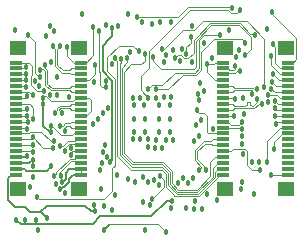
<source format=gbr>
G04 #@! TF.GenerationSoftware,KiCad,Pcbnew,5.1.5+dfsg1-2~bpo10+1*
G04 #@! TF.CreationDate,2020-02-19T21:48:08+01:00*
G04 #@! TF.ProjectId,zglue-gem1-adapter,7a676c75-652d-4676-956d-312d61646170,rev?*
G04 #@! TF.SameCoordinates,Original*
G04 #@! TF.FileFunction,Copper,L6,Bot*
G04 #@! TF.FilePolarity,Positive*
%FSLAX46Y46*%
G04 Gerber Fmt 4.6, Leading zero omitted, Abs format (unit mm)*
G04 Created by KiCad (PCBNEW 5.1.5+dfsg1-2~bpo10+1) date 2020-02-19 21:48:08*
%MOMM*%
%LPD*%
G04 APERTURE LIST*
%ADD10C,0.457000*%
%ADD11R,1.320000X1.300000*%
%ADD12R,1.100000X0.300000*%
%ADD13C,0.100000*%
%ADD14C,0.150000*%
%ADD15C,0.110000*%
G04 APERTURE END LIST*
D10*
X10950000Y-8850000D03*
X14050000Y-8850000D03*
X14050000Y-10000000D03*
X10950000Y-10000000D03*
X10950000Y-11150000D03*
X14050000Y-11150000D03*
X11850000Y-8850000D03*
X13100000Y-8850000D03*
X11900000Y-10000000D03*
X13100000Y-10000000D03*
X11900000Y-11150000D03*
X13100000Y-11150000D03*
D11*
X1197620Y-4050980D03*
X6318260Y-4050980D03*
X1197620Y-15953420D03*
X6318260Y-15958500D03*
D12*
X1007120Y-5252000D03*
X1007120Y-5752000D03*
X1007120Y-6252000D03*
X1007120Y-6752000D03*
X1007120Y-7252000D03*
X1007120Y-7752000D03*
X1007120Y-8252000D03*
X1007120Y-8752000D03*
X1007120Y-9252000D03*
X1007120Y-9752000D03*
X1007120Y-10252000D03*
X1007120Y-10752000D03*
X1007120Y-11252000D03*
X1007120Y-11752000D03*
X1007120Y-12252000D03*
X1007120Y-12752000D03*
X1007120Y-13252000D03*
X1007120Y-13752000D03*
X1007120Y-14252000D03*
X1007120Y-14752000D03*
X6506220Y-5252000D03*
X6506220Y-5752000D03*
X6506220Y-6252000D03*
X6506220Y-6752000D03*
X6506220Y-7252000D03*
X6506220Y-7752000D03*
X6506220Y-8252000D03*
X6506220Y-8752000D03*
X6506220Y-9252000D03*
X6506220Y-9752000D03*
X6506220Y-10252000D03*
X6506220Y-10752000D03*
X6506220Y-11252000D03*
X6506220Y-11752000D03*
X6506220Y-12252000D03*
X6506220Y-12752000D03*
X6506220Y-13252000D03*
X6506220Y-13752000D03*
X6506220Y-14252000D03*
X6506220Y-14752000D03*
D11*
X18697620Y-4050980D03*
X23818260Y-4050980D03*
X18697620Y-15953420D03*
X23818260Y-15958500D03*
D12*
X18507120Y-5252000D03*
X18507120Y-5752000D03*
X18507120Y-6252000D03*
X18507120Y-6752000D03*
X18507120Y-7252000D03*
X18507120Y-7752000D03*
X18507120Y-8252000D03*
X18507120Y-8752000D03*
X18507120Y-9252000D03*
X18507120Y-9752000D03*
X18507120Y-10252000D03*
X18507120Y-10752000D03*
X18507120Y-11252000D03*
X18507120Y-11752000D03*
X18507120Y-12252000D03*
X18507120Y-12752000D03*
X18507120Y-13252000D03*
X18507120Y-13752000D03*
X18507120Y-14252000D03*
X18507120Y-14752000D03*
X24006220Y-5252000D03*
X24006220Y-5752000D03*
X24006220Y-6252000D03*
X24006220Y-6752000D03*
X24006220Y-7252000D03*
X24006220Y-7752000D03*
X24006220Y-8252000D03*
X24006220Y-8752000D03*
X24006220Y-9252000D03*
X24006220Y-9752000D03*
X24006220Y-10252000D03*
X24006220Y-10752000D03*
X24006220Y-11252000D03*
X24006220Y-11752000D03*
X24006220Y-12252000D03*
X24006220Y-12752000D03*
X24006220Y-13252000D03*
X24006220Y-13752000D03*
X24006220Y-14252000D03*
X24006220Y-14752000D03*
D10*
X19000000Y-2520000D03*
X13150000Y-1820000D03*
X14150000Y-1820000D03*
X11650000Y-1820000D03*
X1920000Y-10860000D03*
X19440000Y-9750000D03*
X7660000Y-5490000D03*
X17140000Y-5350000D03*
X22610000Y-7470000D03*
X22220000Y-13630000D03*
X22540000Y-14740000D03*
X19525000Y-8295000D03*
X5325000Y-3920000D03*
X7530000Y-2270000D03*
X20020000Y-15980000D03*
X3302842Y-8227962D03*
X1892225Y-8096490D03*
X20230000Y-8250000D03*
X8630000Y-2110000D03*
X9640000Y-2150000D03*
X21630000Y-14380000D03*
X8727692Y-13206674D03*
X16310000Y-9226500D03*
X4480000Y-7982216D03*
X3983498Y-10593498D03*
X8397353Y-17377353D03*
X9523510Y-14760000D03*
X8300000Y-13790000D03*
X16168831Y-16966500D03*
X11900000Y-19468500D03*
X7626500Y-6920000D03*
X5648835Y-13038500D03*
X5604994Y-12470495D03*
X11700000Y-17053510D03*
X10500000Y-15120000D03*
X4246500Y-9500000D03*
X11020000Y-15350000D03*
X4853500Y-9500000D03*
X11745393Y-14925393D03*
X5114607Y-11034607D03*
X5114607Y-12734607D03*
X12685393Y-15205393D03*
X4685393Y-12305393D03*
X13114607Y-15634607D03*
X15124607Y-14985393D03*
X17090000Y-14380000D03*
X15984607Y-14985393D03*
X20120000Y-10873500D03*
X8950000Y-13690000D03*
X9078521Y-5371269D03*
X20140000Y-11450000D03*
X3600000Y-18430000D03*
X9120000Y-2320000D03*
X7644993Y-17811501D03*
X20166480Y-13022063D03*
X12174607Y-15354607D03*
X4685393Y-10605393D03*
X14190000Y-16930000D03*
X4500000Y-6490000D03*
X990000Y-18540000D03*
X2583500Y-6770000D03*
X18040000Y-16906922D03*
X12330000Y-17320000D03*
X14695393Y-15414607D03*
X16460000Y-14380000D03*
X15555393Y-15414607D03*
X20120000Y-10266500D03*
X13170000Y-14860000D03*
X12493112Y-16763112D03*
X13343438Y-12476562D03*
X16710000Y-17660000D03*
X1980000Y-10310000D03*
X12170000Y-12390000D03*
X14150000Y-17570000D03*
X1892445Y-9190000D03*
X11500000Y-11750000D03*
X1856490Y-6184810D03*
X12840000Y-11810000D03*
X12160000Y-11750000D03*
X16060037Y-17673510D03*
X2390000Y-13480000D03*
X20090000Y-15340000D03*
X12756275Y-12476215D03*
X15400000Y-17570000D03*
X1900000Y-9750000D03*
X10868367Y-11750000D03*
X7583257Y-17283083D03*
X13690000Y-11780000D03*
X1814989Y-5628390D03*
X8483978Y-12263510D03*
X21130000Y-16390000D03*
X2720000Y-18541491D03*
X2840000Y-19448500D03*
X8200000Y-15920000D03*
X3390000Y-7650000D03*
X17177472Y-16347472D03*
X8387700Y-12786738D03*
X5150000Y-16280000D03*
X20160000Y-12110000D03*
X1856490Y-6720000D03*
X16045393Y-11874607D03*
X21790000Y-8790000D03*
X4410000Y-15540000D03*
X8110000Y-14340000D03*
X14321498Y-11770000D03*
X4232218Y-11907708D03*
X16474607Y-11445393D03*
X21420000Y-8300000D03*
X2451479Y-9990000D03*
X17653618Y-10900000D03*
X2400000Y-11570000D03*
X4137647Y-12462353D03*
X7505393Y-10444607D03*
X3000000Y-5850000D03*
X16195393Y-10504607D03*
X20930000Y-7920000D03*
X7934607Y-10015393D03*
X3420000Y-5420000D03*
X8764607Y-9125393D03*
X4710000Y-3890000D03*
X8335393Y-9554607D03*
X4080000Y-3890000D03*
X19974607Y-5974607D03*
X16376444Y-7882942D03*
X22354377Y-8565698D03*
X2451479Y-14980000D03*
X20320000Y-9580000D03*
X2451479Y-14040000D03*
X16570000Y-7020000D03*
X19830000Y-4220000D03*
X21590000Y-13680000D03*
X2970000Y-7220000D03*
X2210030Y-15769970D03*
X5458807Y-8151381D03*
X16460000Y-8423500D03*
X19545393Y-5545393D03*
X3963500Y-11160000D03*
X9094875Y-17769671D03*
X9410000Y-16481500D03*
X3273029Y-8779529D03*
X14125000Y-8205000D03*
X10875000Y-8220000D03*
X3500000Y-3020000D03*
X15850000Y-5210000D03*
X3850000Y-2120000D03*
X3900000Y-7970000D03*
X3950000Y-14050000D03*
X16942947Y-7626529D03*
X17610000Y-4840000D03*
X8630000Y-7340000D03*
X16901453Y-3592653D03*
X8020000Y-2586500D03*
X13475000Y-8200000D03*
X2000000Y-2920000D03*
X3040000Y-6460000D03*
X15930000Y-2160000D03*
X11870000Y-4510000D03*
X13480000Y-5220000D03*
X4795075Y-14828425D03*
X13680000Y-4610000D03*
X4238075Y-14828425D03*
X15020000Y-4090000D03*
X1856490Y-7319481D03*
X12175000Y-7525000D03*
X19650000Y-4820000D03*
X18225000Y-2922479D03*
X12850000Y-8225000D03*
X10460000Y-1100000D03*
X12825000Y-7525000D03*
X20400000Y-3570000D03*
X10412988Y-4893263D03*
X9870000Y-4910000D03*
X14896480Y-5153657D03*
X2390000Y-12800000D03*
X9330000Y-4890000D03*
X11377176Y-4309597D03*
X2780000Y-16660000D03*
X8599687Y-6808853D03*
X20960000Y-13660000D03*
X3926500Y-5180000D03*
X11475000Y-8215000D03*
X4200000Y-2591490D03*
X12175000Y-8210000D03*
X19920000Y-800000D03*
X15400000Y-4520000D03*
X2400000Y-12190000D03*
X15762245Y-3108520D03*
X8410000Y-19468500D03*
X12460000Y-1950000D03*
X13650000Y-19560000D03*
X14460334Y-4827751D03*
X22870000Y-12560000D03*
X21225037Y-2944963D03*
X14310000Y-4210000D03*
X2420820Y-8034694D03*
X10600000Y-4390000D03*
X6580000Y-1170000D03*
X13340000Y-4100000D03*
X22025000Y-7320000D03*
X11220000Y-1360000D03*
X19290000Y-620000D03*
X12596490Y-4820000D03*
X20400000Y-4570000D03*
X4906397Y-15348649D03*
X4707640Y-15980949D03*
X1920000Y-13150000D03*
X880000Y-2500000D03*
X1780000Y-18541490D03*
X16624607Y-10075393D03*
X21380000Y-7470000D03*
X22630000Y-960000D03*
X22710000Y-3690000D03*
X22560000Y-4690000D03*
X22750000Y-6240000D03*
X22700000Y-6910000D03*
X22220000Y-2440000D03*
X22350000Y-7980000D03*
X22920000Y-8500000D03*
X22900000Y-9110000D03*
X22890000Y-9770000D03*
X22963510Y-10490000D03*
D13*
X1832000Y-10752000D02*
X1900000Y-10820000D01*
X1007120Y-10752000D02*
X1832000Y-10752000D01*
X5748000Y-12752000D02*
X5680000Y-12820000D01*
X6506220Y-12752000D02*
X5748000Y-12752000D01*
X19438000Y-9752000D02*
X19440000Y-9750000D01*
X18507120Y-9752000D02*
X19438000Y-9752000D01*
X6506220Y-8252000D02*
X7156220Y-8252000D01*
X6906220Y-9752000D02*
X6506220Y-9752000D01*
X7344220Y-8440000D02*
X7344220Y-9314000D01*
X7156220Y-8252000D02*
X7344220Y-8440000D01*
X7344220Y-9314000D02*
X6906220Y-9752000D01*
X6506220Y-5252000D02*
X6906220Y-5252000D01*
X7660000Y-6248220D02*
X7660000Y-5813147D01*
X7156220Y-6752000D02*
X7660000Y-6248220D01*
X7660000Y-5813147D02*
X7660000Y-5490000D01*
X6506220Y-6752000D02*
X7156220Y-6752000D01*
X17857120Y-5252000D02*
X17759120Y-5350000D01*
X18507120Y-5252000D02*
X17857120Y-5252000D01*
X17759120Y-5350000D02*
X17140000Y-5350000D01*
X22892000Y-7752000D02*
X22610000Y-7470000D01*
X24006220Y-7752000D02*
X22892000Y-7752000D01*
X23356220Y-10752000D02*
X22220000Y-11888220D01*
X24006220Y-10752000D02*
X23356220Y-10752000D01*
X22220000Y-11888220D02*
X22220000Y-13630000D01*
X22552000Y-14752000D02*
X22540000Y-14740000D01*
X24006220Y-14752000D02*
X22552000Y-14752000D01*
X5856220Y-11252000D02*
X5720112Y-11388108D01*
X6506220Y-11252000D02*
X5856220Y-11252000D01*
X18507120Y-8252000D02*
X19482000Y-8252000D01*
X19482000Y-8252000D02*
X19525000Y-8295000D01*
X17140000Y-6034880D02*
X17140000Y-5673147D01*
X17140000Y-5673147D02*
X17140000Y-5350000D01*
X17857120Y-6752000D02*
X17140000Y-6034880D01*
X18507120Y-6752000D02*
X17857120Y-6752000D01*
X5856220Y-5252000D02*
X5325000Y-4720780D01*
X6506220Y-5252000D02*
X5856220Y-5252000D01*
X5325000Y-4720780D02*
X5325000Y-3920000D01*
X6906220Y-5252000D02*
X7540000Y-4618220D01*
X7540000Y-4618220D02*
X7540000Y-2280000D01*
X7540000Y-2280000D02*
X7530000Y-2270000D01*
X1007120Y-8252000D02*
X1736715Y-8252000D01*
X1736715Y-8252000D02*
X1892225Y-8096490D01*
X19157120Y-12752000D02*
X19319120Y-12590000D01*
X18507120Y-12752000D02*
X19157120Y-12752000D01*
X19319120Y-12590000D02*
X20400000Y-12590000D01*
X20526077Y-12716077D02*
X20526077Y-13926077D01*
X20400000Y-12590000D02*
X20526077Y-12716077D01*
X20526077Y-13926077D02*
X20980000Y-14380000D01*
X20980000Y-14380000D02*
X21630000Y-14380000D01*
X5720112Y-11388108D02*
X4808108Y-11388108D01*
X4105919Y-10685919D02*
X4104348Y-10685919D01*
X4808108Y-11388108D02*
X4105919Y-10685919D01*
X17855619Y-11253501D02*
X17233501Y-11253501D01*
X17857120Y-11252000D02*
X17855619Y-11253501D01*
X18507120Y-11252000D02*
X17857120Y-11252000D01*
X17233501Y-11253501D02*
X17120000Y-11140000D01*
X17120000Y-11140000D02*
X17120000Y-9760000D01*
X17120000Y-9760000D02*
X16900000Y-9540000D01*
X16900000Y-9540000D02*
X16540000Y-9540000D01*
X16540000Y-9540000D02*
X16480000Y-9540000D01*
X16310000Y-9370000D02*
X16310000Y-9226500D01*
X16480000Y-9540000D02*
X16310000Y-9370000D01*
X3502882Y-8112882D02*
X3375233Y-8112882D01*
X6106220Y-8252000D02*
X5838220Y-8520000D01*
X5838220Y-8520000D02*
X3910000Y-8520000D01*
X6506220Y-8252000D02*
X6106220Y-8252000D01*
X3910000Y-8520000D02*
X3502882Y-8112882D01*
D14*
X4075919Y-10685919D02*
X3983498Y-10593498D01*
X4105919Y-10685919D02*
X4075919Y-10685919D01*
D13*
X5748000Y-12939335D02*
X5648835Y-13038500D01*
X5748000Y-12752000D02*
X5748000Y-12939335D01*
D15*
X5681219Y-8752000D02*
X5536219Y-8897000D01*
X6506220Y-8752000D02*
X5681219Y-8752000D01*
X5536219Y-8897000D02*
X4684506Y-8897000D01*
X4445000Y-9301500D02*
X4246500Y-9500000D01*
X4445000Y-9136506D02*
X4445000Y-9301500D01*
X4684506Y-8897000D02*
X4445000Y-9136506D01*
X4655000Y-9223494D02*
X4655000Y-9301500D01*
X5536219Y-9107000D02*
X4771494Y-9107000D01*
X4771494Y-9107000D02*
X4655000Y-9223494D01*
X6506220Y-9252000D02*
X5681219Y-9252000D01*
X5681219Y-9252000D02*
X5536219Y-9107000D01*
X4655000Y-9301500D02*
X4853500Y-9500000D01*
X5681219Y-10752000D02*
X5536219Y-10607000D01*
X6506220Y-10752000D02*
X5681219Y-10752000D01*
X5114607Y-10753886D02*
X5114607Y-11034607D01*
X5261493Y-10607000D02*
X5114607Y-10753886D01*
X5536219Y-10607000D02*
X5261493Y-10607000D01*
X5961220Y-12107000D02*
X5461493Y-12107000D01*
X6506220Y-12252000D02*
X6106220Y-12252000D01*
X5461493Y-12107000D02*
X5114607Y-12453886D01*
X6106220Y-12252000D02*
X5961220Y-12107000D01*
X5114607Y-12453886D02*
X5114607Y-12734607D01*
X6106220Y-11752000D02*
X5961220Y-11897000D01*
X5374507Y-11897000D02*
X4966114Y-12305393D01*
X4966114Y-12305393D02*
X4685393Y-12305393D01*
X6506220Y-11752000D02*
X6106220Y-11752000D01*
X5961220Y-11897000D02*
X5374507Y-11897000D01*
D13*
X18507120Y-12252000D02*
X18968000Y-12252000D01*
D15*
X16875000Y-14206500D02*
X17048500Y-14380000D01*
X16875000Y-13966506D02*
X16875000Y-14206500D01*
X17682119Y-12252000D02*
X17537119Y-12107000D01*
X16345000Y-12723494D02*
X16345000Y-13436506D01*
X18507120Y-12252000D02*
X17682119Y-12252000D01*
X16345000Y-13436506D02*
X16875000Y-13966506D01*
X17537119Y-12107000D02*
X16961494Y-12107000D01*
X16961494Y-12107000D02*
X16345000Y-12723494D01*
D13*
X19998500Y-10752000D02*
X20120000Y-10873500D01*
X18507120Y-10752000D02*
X19998500Y-10752000D01*
D14*
X607120Y-14752000D02*
X320000Y-15039120D01*
X1007120Y-14752000D02*
X607120Y-14752000D01*
X320000Y-15039120D02*
X320000Y-16900000D01*
X320000Y-16900000D02*
X930000Y-17510000D01*
X930000Y-17510000D02*
X1750000Y-17510000D01*
X1750000Y-17510000D02*
X2150000Y-17910000D01*
X3080000Y-17910000D02*
X3600000Y-18430000D01*
X2150000Y-17910000D02*
X2740000Y-17910000D01*
X2740000Y-17910000D02*
X3080000Y-17910000D01*
D13*
X8320000Y-5837500D02*
X8320000Y-4850000D01*
X8320000Y-4850000D02*
X8320000Y-3810000D01*
D14*
X9130000Y-2330000D02*
X9120000Y-2320000D01*
X9130000Y-3000000D02*
X9130000Y-2330000D01*
D13*
X8320000Y-3810000D02*
X8730000Y-3400000D01*
D14*
X8800000Y-3330000D02*
X8320000Y-3810000D01*
X9130000Y-3000000D02*
X8800000Y-3330000D01*
X8800000Y-3330000D02*
X8730000Y-3400000D01*
X9143108Y-13496892D02*
X8950000Y-13690000D01*
X9143108Y-6783108D02*
X9143108Y-13496892D01*
X8320000Y-5960000D02*
X9143108Y-6783108D01*
X8320000Y-3810000D02*
X8320000Y-5960000D01*
X7321846Y-17811501D02*
X7644993Y-17811501D01*
X2740000Y-17910000D02*
X3040000Y-17910000D01*
X3040000Y-17910000D02*
X3590000Y-17360000D01*
X3590000Y-17360000D02*
X6870345Y-17360000D01*
X6870345Y-17360000D02*
X7321846Y-17811501D01*
D15*
X5174507Y-10397000D02*
X4966114Y-10605393D01*
X5681219Y-10252000D02*
X5536219Y-10397000D01*
X4966114Y-10605393D02*
X4685393Y-10605393D01*
X6506220Y-10252000D02*
X5681219Y-10252000D01*
X5536219Y-10397000D02*
X5174507Y-10397000D01*
D14*
X1370000Y-18920000D02*
X1110000Y-18660000D01*
X1110000Y-18660000D02*
X990000Y-18540000D01*
X7490009Y-18919991D02*
X1369991Y-18919991D01*
X1369991Y-18919991D02*
X1110000Y-18660000D01*
X12395000Y-18275000D02*
X8135000Y-18275000D01*
X14190000Y-16930000D02*
X13740000Y-16930000D01*
X13740000Y-16930000D02*
X12395000Y-18275000D01*
X8135000Y-18275000D02*
X7490009Y-18919991D01*
D13*
X18507120Y-11752000D02*
X18907120Y-11752000D01*
D15*
X16135000Y-12636506D02*
X16135000Y-13523494D01*
X16874506Y-11897000D02*
X16135000Y-12636506D01*
X18507120Y-11752000D02*
X17682119Y-11752000D01*
X17537119Y-11897000D02*
X16874506Y-11897000D01*
X17682119Y-11752000D02*
X17537119Y-11897000D01*
X16665000Y-14053494D02*
X16665000Y-14206500D01*
X16135000Y-13523494D02*
X16665000Y-14053494D01*
X16665000Y-14206500D02*
X16491500Y-14380000D01*
D13*
X18907120Y-10252000D02*
X19175120Y-10520000D01*
X18507120Y-10252000D02*
X18907120Y-10252000D01*
X19866500Y-10520000D02*
X20120000Y-10266500D01*
X19175120Y-10520000D02*
X19866500Y-10520000D01*
X12721611Y-16534613D02*
X12493112Y-16763112D01*
X13504967Y-15194967D02*
X13504967Y-15751257D01*
X13504967Y-15751257D02*
X12721611Y-16534613D01*
X13170000Y-14860000D02*
X13504967Y-15194967D01*
X1007120Y-10252000D02*
X1864003Y-10252000D01*
X1864003Y-10252000D02*
X1900000Y-10287997D01*
X1007120Y-9252000D02*
X1753500Y-9252000D01*
X1753500Y-9252000D02*
X1900000Y-9105500D01*
X1007120Y-6252000D02*
X1789300Y-6252000D01*
X1789300Y-6252000D02*
X1856490Y-6184810D01*
D14*
X1007120Y-13752000D02*
X2118000Y-13752000D01*
X2118000Y-13752000D02*
X2390000Y-13480000D01*
D13*
X1007120Y-9752000D02*
X1785503Y-9752000D01*
X1785503Y-9752000D02*
X1900000Y-9637503D01*
X1691379Y-5752000D02*
X1814989Y-5628390D01*
X1007120Y-5752000D02*
X1691379Y-5752000D01*
X2052000Y-5252000D02*
X2325000Y-5525000D01*
X1007120Y-5252000D02*
X2052000Y-5252000D01*
X2325000Y-5525000D02*
X2325000Y-6270000D01*
X2230000Y-7130000D02*
X2750000Y-7650000D01*
X2230000Y-6365000D02*
X2230000Y-7130000D01*
X2325000Y-6270000D02*
X2230000Y-6365000D01*
X2750000Y-7650000D02*
X3390000Y-7650000D01*
X1824490Y-6752000D02*
X1856490Y-6720000D01*
X1007120Y-6752000D02*
X1824490Y-6752000D01*
D15*
X18507120Y-9252000D02*
X19332121Y-9252000D01*
X21141493Y-9107000D02*
X21521563Y-8726930D01*
X19332121Y-9252000D02*
X19477121Y-9107000D01*
X21521563Y-8726930D02*
X21766930Y-8726930D01*
X19477121Y-9107000D02*
X21141493Y-9107000D01*
D13*
X3909071Y-11907708D02*
X3101363Y-11100000D01*
X4232218Y-11907708D02*
X3909071Y-11907708D01*
X2051182Y-11252000D02*
X1657120Y-11252000D01*
X1657120Y-11252000D02*
X1007120Y-11252000D01*
X2203182Y-11100000D02*
X2051182Y-11252000D01*
X3101363Y-11100000D02*
X2203182Y-11100000D01*
X18508432Y-8753312D02*
X18507120Y-8752000D01*
D15*
X18636685Y-8752000D02*
X18507120Y-8752000D01*
X19332121Y-8752000D02*
X18636685Y-8752000D01*
X19477121Y-8897000D02*
X19332121Y-8752000D01*
X20408378Y-8893239D02*
X20375000Y-8897000D01*
X20440082Y-8882145D02*
X20408378Y-8893239D01*
X20468523Y-8864274D02*
X20440082Y-8882145D01*
X20492274Y-8840523D02*
X20468523Y-8864274D01*
X20521239Y-8780378D02*
X20510145Y-8812082D01*
X20539854Y-8678189D02*
X20528760Y-8709893D01*
X20525000Y-8747000D02*
X20521239Y-8780378D01*
X20557725Y-8649748D02*
X20539854Y-8678189D01*
X20375000Y-8897000D02*
X19477121Y-8897000D01*
X20909917Y-8882145D02*
X20881476Y-8864274D01*
X20825000Y-8747000D02*
X20825000Y-8743272D01*
X20641621Y-8597032D02*
X20609917Y-8608126D01*
X20828760Y-8780378D02*
X20825000Y-8747000D01*
X20941621Y-8893239D02*
X20909917Y-8882145D01*
X21373070Y-8578437D02*
X21054507Y-8897000D01*
X20510145Y-8812082D02*
X20492274Y-8840523D01*
X20810145Y-8678189D02*
X20792274Y-8649748D01*
X20857725Y-8840523D02*
X20839854Y-8812082D01*
X20792274Y-8649748D02*
X20768523Y-8625997D01*
X20708378Y-8597032D02*
X20675000Y-8593272D01*
X21373070Y-8333070D02*
X21373070Y-8578437D01*
X20881476Y-8864274D02*
X20857725Y-8840523D01*
X21054507Y-8897000D02*
X20975000Y-8897000D01*
X20821239Y-8709893D02*
X20810145Y-8678189D01*
X20839854Y-8812082D02*
X20828760Y-8780378D01*
X20975000Y-8897000D02*
X20941621Y-8893239D01*
X20825000Y-8743272D02*
X20821239Y-8709893D01*
X20768523Y-8625997D02*
X20740082Y-8608126D01*
X20740082Y-8608126D02*
X20708378Y-8597032D01*
X20675000Y-8593272D02*
X20641621Y-8597032D01*
X20525000Y-8743272D02*
X20525000Y-8747000D01*
X20581476Y-8625997D02*
X20557725Y-8649748D01*
X20528760Y-8709893D02*
X20525000Y-8743272D01*
X20609917Y-8608126D02*
X20581476Y-8625997D01*
D13*
X1039120Y-8720000D02*
X1007120Y-8752000D01*
X2451479Y-9061479D02*
X2451479Y-9666853D01*
X2451479Y-9666853D02*
X2451479Y-9990000D01*
X1007120Y-8752000D02*
X2142000Y-8752000D01*
X2142000Y-8752000D02*
X2451479Y-9061479D01*
X1007120Y-11752000D02*
X2218000Y-11752000D01*
X2218000Y-11752000D02*
X2400000Y-11570000D01*
X3292353Y-12462353D02*
X3814500Y-12462353D01*
X3814500Y-12462353D02*
X4137647Y-12462353D01*
X2400000Y-11570000D02*
X3292353Y-12462353D01*
D15*
X3425000Y-5993493D02*
X3258437Y-5826930D01*
X3258437Y-5826930D02*
X3013070Y-5826930D01*
X5681219Y-7752000D02*
X5536219Y-7607000D01*
X5536219Y-7607000D02*
X3918506Y-7607000D01*
X3918506Y-7607000D02*
X3425000Y-7113494D01*
X6506220Y-7752000D02*
X5681219Y-7752000D01*
X3425000Y-7113494D02*
X3425000Y-5993493D01*
X20928507Y-7607000D02*
X20963070Y-7641563D01*
X19477121Y-7607000D02*
X20928507Y-7607000D01*
X19332121Y-7752000D02*
X19477121Y-7607000D01*
X18507120Y-7752000D02*
X19332121Y-7752000D01*
X20963070Y-7641563D02*
X20963070Y-7886930D01*
X3635000Y-5906507D02*
X3406930Y-5678437D01*
X3635000Y-7026506D02*
X3635000Y-5906507D01*
X4005494Y-7397000D02*
X3635000Y-7026506D01*
X5681219Y-7252000D02*
X5536219Y-7397000D01*
X5536219Y-7397000D02*
X4005494Y-7397000D01*
X3406930Y-5678437D02*
X3406930Y-5433070D01*
X6506220Y-7252000D02*
X5681219Y-7252000D01*
X4495000Y-5436506D02*
X4495000Y-4063500D01*
X4955494Y-5897000D02*
X4495000Y-5436506D01*
X5536219Y-5897000D02*
X4955494Y-5897000D01*
X5681219Y-5752000D02*
X5536219Y-5897000D01*
X6506220Y-5752000D02*
X5681219Y-5752000D01*
X4495000Y-4063500D02*
X4668500Y-3890000D01*
X5681219Y-6252000D02*
X5536219Y-6107000D01*
X4285000Y-5523494D02*
X4285000Y-4063500D01*
X5536219Y-6107000D02*
X4868506Y-6107000D01*
X6506220Y-6252000D02*
X5681219Y-6252000D01*
X4868506Y-6107000D02*
X4285000Y-5523494D01*
X4285000Y-4063500D02*
X4111500Y-3890000D01*
X18907120Y-6252000D02*
X19052120Y-6107000D01*
X18507120Y-6252000D02*
X18907120Y-6252000D01*
X19561493Y-6107000D02*
X19693886Y-5974607D01*
X19052120Y-6107000D02*
X19561493Y-6107000D01*
X19693886Y-5974607D02*
X19974607Y-5974607D01*
X19474507Y-5897000D02*
X19545393Y-5826114D01*
X19545393Y-5826114D02*
X19545393Y-5545393D01*
X18507120Y-5752000D02*
X18907120Y-5752000D01*
X18907120Y-5752000D02*
X19052120Y-5897000D01*
X19052120Y-5897000D02*
X19474507Y-5897000D01*
D14*
X3310000Y-10130000D02*
X3310000Y-10560000D01*
X3310000Y-10130000D02*
X3310000Y-10510000D01*
X3310000Y-10510000D02*
X3310000Y-10620000D01*
X3850000Y-11160000D02*
X3963500Y-11160000D01*
X3310000Y-10620000D02*
X3850000Y-11160000D01*
X3310000Y-8816500D02*
X3273029Y-8779529D01*
X3310000Y-10130000D02*
X3310000Y-8816500D01*
X1873621Y-14418501D02*
X3581499Y-14418501D01*
X1707120Y-14252000D02*
X1873621Y-14418501D01*
X1007120Y-14252000D02*
X1707120Y-14252000D01*
X3581499Y-14418501D02*
X3950000Y-14050000D01*
D13*
X8306853Y-7340000D02*
X8126853Y-7160000D01*
X8630000Y-7340000D02*
X8306853Y-7340000D01*
X8126853Y-7160000D02*
X8126853Y-6106853D01*
X8126853Y-6106853D02*
X8020000Y-6000000D01*
X8020000Y-6000000D02*
X8020000Y-2586500D01*
X2796471Y-6316531D02*
X3024970Y-6545030D01*
X2630000Y-6150060D02*
X2796471Y-6316531D01*
X2630000Y-3550000D02*
X2630000Y-6150060D01*
X2000000Y-2920000D02*
X2630000Y-3550000D01*
X11590000Y-5410000D02*
X11870000Y-5130000D01*
X10130000Y-6030000D02*
X10750000Y-5410000D01*
X10130000Y-12910000D02*
X10130000Y-6030000D01*
X10860000Y-13640000D02*
X10130000Y-12910000D01*
X13405002Y-13640000D02*
X10860000Y-13640000D01*
X14205010Y-15487510D02*
X14205010Y-14440008D01*
X17857120Y-13252000D02*
X17443501Y-13665619D01*
X10750000Y-5410000D02*
X11590000Y-5410000D01*
X17443501Y-13665619D02*
X17443501Y-14836499D01*
X14205010Y-14440008D02*
X13405002Y-13640000D01*
X14727500Y-16010000D02*
X14205010Y-15487510D01*
X18507120Y-13252000D02*
X17857120Y-13252000D01*
X17443501Y-14836499D02*
X16270000Y-16010000D01*
X11870000Y-5130000D02*
X11870000Y-4510000D01*
X16270000Y-16010000D02*
X14727500Y-16010000D01*
D15*
X5961220Y-13607000D02*
X5636494Y-13607000D01*
X6506220Y-13752000D02*
X6106220Y-13752000D01*
X6106220Y-13752000D02*
X5961220Y-13607000D01*
X5636494Y-13607000D02*
X4621575Y-14621919D01*
X4621575Y-14621919D02*
X4621575Y-14654925D01*
X4621575Y-14654925D02*
X4795075Y-14828425D01*
X5961220Y-13397000D02*
X5549506Y-13397000D01*
X6106220Y-13252000D02*
X5961220Y-13397000D01*
X6506220Y-13252000D02*
X6106220Y-13252000D01*
X4411575Y-14654925D02*
X4238075Y-14828425D01*
X4411575Y-14534931D02*
X4411575Y-14654925D01*
X5549506Y-13397000D02*
X4411575Y-14534931D01*
D13*
X1789009Y-7252000D02*
X1856490Y-7319481D01*
X1007120Y-7252000D02*
X1789009Y-7252000D01*
X12530000Y-7170000D02*
X13375000Y-7170000D01*
X12175000Y-7525000D02*
X12530000Y-7170000D01*
X13375000Y-7170000D02*
X14450000Y-6095000D01*
X14450000Y-6095000D02*
X16150000Y-6095000D01*
X16499990Y-5745010D02*
X16499990Y-3370010D01*
X16150000Y-6095000D02*
X16499990Y-5745010D01*
X16499990Y-3370010D02*
X16925000Y-2945000D01*
X16925000Y-2945000D02*
X18202479Y-2945000D01*
X18202479Y-2945000D02*
X18225000Y-2922479D01*
X20171501Y-3341501D02*
X20400000Y-3570000D01*
X17769021Y-3275979D02*
X20105979Y-3275979D01*
X13845000Y-7525000D02*
X15100000Y-6270000D01*
X20105979Y-3275979D02*
X20171501Y-3341501D01*
X12825000Y-7525000D02*
X13845000Y-7525000D01*
X15100000Y-6270000D02*
X16250000Y-6270000D01*
X16250000Y-6270000D02*
X16675000Y-5845000D01*
X16675000Y-5845000D02*
X16675000Y-4370000D01*
X16675000Y-4370000D02*
X17769021Y-3275979D01*
X18048000Y-13752000D02*
X18507120Y-13752000D01*
X17630000Y-14170000D02*
X18048000Y-13752000D01*
X17630000Y-14900000D02*
X17630000Y-14170000D01*
X9940020Y-13000020D02*
X10800000Y-13860000D01*
X10412988Y-5216410D02*
X9950000Y-5679398D01*
X13377501Y-13860000D02*
X14030000Y-14512499D01*
X9940020Y-5729980D02*
X9940020Y-13000020D01*
X14030000Y-14512499D02*
X14030000Y-15560000D01*
X16340000Y-16190000D02*
X17630000Y-14900000D01*
X10412988Y-4893263D02*
X10412988Y-5216410D01*
X9950000Y-5679398D02*
X9950000Y-5720000D01*
X9950000Y-5720000D02*
X9940020Y-5729980D01*
X10800000Y-13860000D02*
X13377501Y-13860000D01*
X14030000Y-15560000D02*
X14660000Y-16190000D01*
X14660000Y-16190000D02*
X16340000Y-16190000D01*
X17805011Y-14972491D02*
X16412491Y-16365011D01*
X16412491Y-16365011D02*
X14587509Y-16365011D01*
X13854989Y-14584990D02*
X13379999Y-14110000D01*
X17805011Y-14554109D02*
X17805011Y-14972491D01*
X13379999Y-14110000D02*
X10777500Y-14110000D01*
X14587509Y-16365011D02*
X13854989Y-15632491D01*
X10777500Y-14110000D02*
X9765010Y-13097510D01*
X9765010Y-5338137D02*
X9870000Y-5233147D01*
X9870000Y-5233147D02*
X9870000Y-4910000D01*
X9765010Y-13097510D02*
X9765010Y-5338137D01*
X18107120Y-14252000D02*
X17805011Y-14554109D01*
X18507120Y-14252000D02*
X18107120Y-14252000D01*
X13854989Y-15632491D02*
X13854989Y-14584990D01*
X2342000Y-12752000D02*
X2390000Y-12800000D01*
X1007120Y-12752000D02*
X2342000Y-12752000D01*
X14340000Y-16480000D02*
X14390000Y-16530000D01*
X18507120Y-14752000D02*
X18273004Y-14752000D01*
X16484982Y-16540022D02*
X14400022Y-16540022D01*
X14400022Y-16540022D02*
X14340000Y-16480000D01*
X18273004Y-14752000D02*
X16484982Y-16540022D01*
X10740000Y-14320000D02*
X13320000Y-14320000D01*
X13320000Y-14320000D02*
X13679978Y-14679978D01*
X9558499Y-5118499D02*
X9558499Y-13138499D01*
X9558499Y-13138499D02*
X10740000Y-14320000D01*
X13679978Y-15819978D02*
X14340000Y-16480000D01*
X13679978Y-14679978D02*
X13679978Y-15819978D01*
X9330000Y-4890000D02*
X9558499Y-5118499D01*
X10897579Y-3830000D02*
X9710000Y-3830000D01*
X11377176Y-4309597D02*
X10897579Y-3830000D01*
X8725020Y-4814980D02*
X8725020Y-5995020D01*
X9710000Y-3830000D02*
X8725020Y-4814980D01*
X8725020Y-5995020D02*
X9370000Y-6640000D01*
X9370000Y-6640000D02*
X9370000Y-13950000D01*
X9370000Y-13950000D02*
X9340000Y-13980000D01*
X9340000Y-13980000D02*
X9200000Y-14120000D01*
X9156499Y-14163501D02*
X9340000Y-13980000D01*
X2780000Y-16660000D02*
X2950000Y-16830000D01*
X2950000Y-16830000D02*
X8420000Y-16830000D01*
X8420000Y-16830000D02*
X9156499Y-16093501D01*
X9156499Y-16093501D02*
X9156499Y-14163501D01*
X15710000Y-800000D02*
X18946816Y-800000D01*
X12240000Y-4270000D02*
X15710000Y-800000D01*
X19691501Y-1028499D02*
X19920000Y-800000D01*
X19175315Y-1028499D02*
X19691501Y-1028499D01*
X12240000Y-5740000D02*
X12240000Y-4270000D01*
X18946816Y-800000D02*
X19175315Y-1028499D01*
X11570000Y-6410000D02*
X12240000Y-5740000D01*
X11570000Y-7605000D02*
X11570000Y-6410000D01*
X12175000Y-8210000D02*
X11570000Y-7605000D01*
X1007120Y-12252000D02*
X2332000Y-12252000D01*
X2332000Y-12252000D02*
X2400000Y-12320000D01*
X15400000Y-4520000D02*
X15400000Y-3945000D01*
X15400000Y-3945000D02*
X15775000Y-3570000D01*
X15775000Y-3570000D02*
X15775000Y-3121275D01*
X15775000Y-3121275D02*
X15762245Y-3108520D01*
D14*
X8410000Y-19468500D02*
X8938500Y-18940000D01*
D13*
X8938500Y-18940000D02*
X13030000Y-18940000D01*
X13030000Y-18940000D02*
X13650000Y-19560000D01*
X23606220Y-11252000D02*
X22870000Y-11988220D01*
X24006220Y-11252000D02*
X23606220Y-11252000D01*
X22870000Y-11988220D02*
X22870000Y-12560000D01*
X16199990Y-3170010D02*
X16204989Y-3170010D01*
X17449989Y-1920011D02*
X19925011Y-1920011D01*
X16199990Y-3170010D02*
X17449989Y-1920011D01*
X19925011Y-1920011D02*
X20825000Y-2820000D01*
X20825000Y-2820000D02*
X21125000Y-2820000D01*
X21125000Y-2820000D02*
X21250000Y-2945000D01*
X14460334Y-4827751D02*
X14688833Y-4599252D01*
X16025000Y-3345000D02*
X16199990Y-3170010D01*
X14956070Y-4599252D02*
X15230319Y-4873501D01*
X15230319Y-4873501D02*
X15571499Y-4873501D01*
X15571499Y-4873501D02*
X16025000Y-4420000D01*
X14688833Y-4599252D02*
X14956070Y-4599252D01*
X16025000Y-4420000D02*
X16025000Y-3345000D01*
X1666132Y-7742988D02*
X2129114Y-7742988D01*
X2129114Y-7742988D02*
X2192321Y-7806195D01*
X2192321Y-7806195D02*
X2420820Y-8034694D01*
X1007120Y-7752000D02*
X1657120Y-7752000D01*
X1657120Y-7752000D02*
X1666132Y-7742988D01*
X15106499Y-2513501D02*
X16079681Y-2513501D01*
X16079681Y-2513501D02*
X16848182Y-1745000D01*
X16848182Y-1745000D02*
X20525000Y-1745000D01*
X20525000Y-1745000D02*
X22025000Y-3245000D01*
X13550000Y-4070000D02*
X15106499Y-2513501D01*
X22025000Y-6996853D02*
X22025000Y-7320000D01*
X22025000Y-3245000D02*
X22025000Y-6996853D01*
X11220000Y-1360000D02*
X14690000Y-1360000D01*
X14690000Y-1360000D02*
X15520000Y-530000D01*
X19200000Y-530000D02*
X19290000Y-620000D01*
X15520000Y-530000D02*
X19200000Y-530000D01*
X20628499Y-4341501D02*
X20400000Y-4570000D01*
X20875000Y-4095000D02*
X20628499Y-4341501D01*
X20875000Y-3120000D02*
X20875000Y-4095000D01*
X17527477Y-2095022D02*
X19850022Y-2095022D01*
X12596490Y-4820000D02*
X12596490Y-5143147D01*
X19850022Y-2095022D02*
X20875000Y-3120000D01*
X13273343Y-5820000D02*
X16050000Y-5820000D01*
X16050000Y-5820000D02*
X16203501Y-5666499D01*
X16203501Y-5666499D02*
X16203501Y-3418998D01*
X12596490Y-5143147D02*
X13273343Y-5820000D01*
X16203501Y-3418998D02*
X17527477Y-2095022D01*
X6506220Y-14252000D02*
X6506220Y-14752000D01*
D14*
X6106220Y-14252000D02*
X6104220Y-14250000D01*
X6506220Y-14252000D02*
X6106220Y-14252000D01*
X5720000Y-14250000D02*
X5640000Y-14250000D01*
X5510000Y-14250000D02*
X5720000Y-14250000D01*
X5182706Y-14577294D02*
X5510000Y-14250000D01*
X6104220Y-14250000D02*
X5720000Y-14250000D01*
X5182706Y-14950000D02*
X5182706Y-15127294D01*
X5182706Y-14950000D02*
X5182706Y-14577294D01*
X4961351Y-15348649D02*
X4906397Y-15348649D01*
X5182706Y-15127294D02*
X4961351Y-15348649D01*
X5806220Y-14752000D02*
X5480000Y-15078220D01*
X6506220Y-14752000D02*
X5806220Y-14752000D01*
X5480000Y-15078220D02*
X5480000Y-15350000D01*
X5077550Y-15752450D02*
X5480000Y-15350000D01*
X4936139Y-15752450D02*
X5077550Y-15752450D01*
X4707640Y-15980949D02*
X4936139Y-15752450D01*
X1818000Y-13252000D02*
X1920000Y-13150000D01*
X1007120Y-13252000D02*
X1818000Y-13252000D01*
D15*
X18507120Y-7252000D02*
X19332121Y-7252000D01*
X19332121Y-7252000D02*
X19477121Y-7397000D01*
X19477121Y-7397000D02*
X21015493Y-7397000D01*
X21111563Y-7493070D02*
X21356930Y-7493070D01*
X21015493Y-7397000D02*
X21111563Y-7493070D01*
D13*
X24406220Y-5252000D02*
X24690000Y-4968220D01*
X24006220Y-5252000D02*
X24406220Y-5252000D01*
X24690000Y-4968220D02*
X24690000Y-3180000D01*
X22630000Y-1120000D02*
X22630000Y-960000D01*
X24690000Y-3180000D02*
X22630000Y-1120000D01*
X23356220Y-5752000D02*
X22930000Y-5325780D01*
X24006220Y-5752000D02*
X23356220Y-5752000D01*
X22930000Y-5325780D02*
X22930000Y-3910000D01*
X22930000Y-3910000D02*
X22710000Y-3690000D01*
X23356220Y-6252000D02*
X22560000Y-5455780D01*
X24006220Y-6252000D02*
X23356220Y-6252000D01*
X22560000Y-5455780D02*
X22560000Y-4690000D01*
X24006220Y-6752000D02*
X23262000Y-6752000D01*
X23262000Y-6752000D02*
X22750000Y-6240000D01*
X23042000Y-7252000D02*
X22700000Y-6910000D01*
X24006220Y-7252000D02*
X23042000Y-7252000D01*
X22673147Y-7980000D02*
X22350000Y-7980000D01*
X23084220Y-7980000D02*
X22673147Y-7980000D01*
X23356220Y-8252000D02*
X23084220Y-7980000D01*
X24006220Y-8252000D02*
X23356220Y-8252000D01*
X23172000Y-8752000D02*
X22920000Y-8500000D01*
X24006220Y-8752000D02*
X23172000Y-8752000D01*
X23042000Y-9252000D02*
X22900000Y-9110000D01*
X24006220Y-9252000D02*
X23042000Y-9252000D01*
X22908000Y-9752000D02*
X22890000Y-9770000D01*
X24006220Y-9752000D02*
X22908000Y-9752000D01*
X23201510Y-10252000D02*
X23192009Y-10261501D01*
X23192009Y-10261501D02*
X22963510Y-10490000D01*
X24006220Y-10252000D02*
X23201510Y-10252000D01*
M02*

</source>
